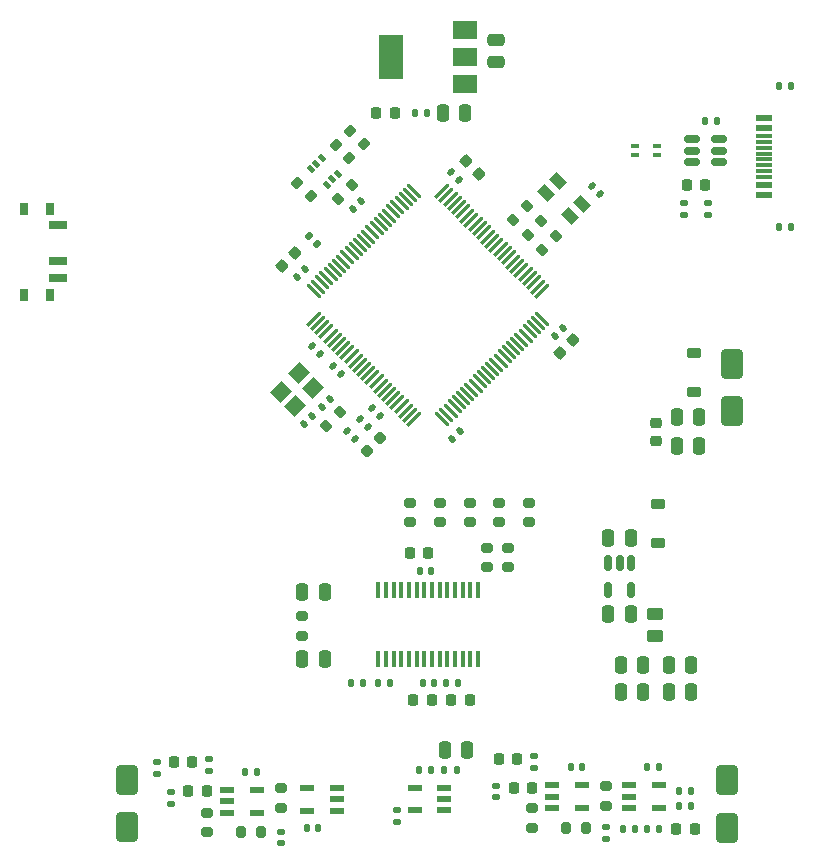
<source format=gbr>
%TF.GenerationSoftware,KiCad,Pcbnew,7.0.6-0*%
%TF.CreationDate,2024-09-28T22:57:35-04:00*%
%TF.ProjectId,GuitarFX,47756974-6172-4465-982e-6b696361645f,rev?*%
%TF.SameCoordinates,Original*%
%TF.FileFunction,Paste,Top*%
%TF.FilePolarity,Positive*%
%FSLAX46Y46*%
G04 Gerber Fmt 4.6, Leading zero omitted, Abs format (unit mm)*
G04 Created by KiCad (PCBNEW 7.0.6-0) date 2024-09-28 22:57:35*
%MOMM*%
%LPD*%
G01*
G04 APERTURE LIST*
G04 Aperture macros list*
%AMRoundRect*
0 Rectangle with rounded corners*
0 $1 Rounding radius*
0 $2 $3 $4 $5 $6 $7 $8 $9 X,Y pos of 4 corners*
0 Add a 4 corners polygon primitive as box body*
4,1,4,$2,$3,$4,$5,$6,$7,$8,$9,$2,$3,0*
0 Add four circle primitives for the rounded corners*
1,1,$1+$1,$2,$3*
1,1,$1+$1,$4,$5*
1,1,$1+$1,$6,$7*
1,1,$1+$1,$8,$9*
0 Add four rect primitives between the rounded corners*
20,1,$1+$1,$2,$3,$4,$5,0*
20,1,$1+$1,$4,$5,$6,$7,0*
20,1,$1+$1,$6,$7,$8,$9,0*
20,1,$1+$1,$8,$9,$2,$3,0*%
%AMRotRect*
0 Rectangle, with rotation*
0 The origin of the aperture is its center*
0 $1 length*
0 $2 width*
0 $3 Rotation angle, in degrees counterclockwise*
0 Add horizontal line*
21,1,$1,$2,0,0,$3*%
G04 Aperture macros list end*
%ADD10RoundRect,0.135000X0.135000X0.185000X-0.135000X0.185000X-0.135000X-0.185000X0.135000X-0.185000X0*%
%ADD11RoundRect,0.200000X0.053033X-0.335876X0.335876X-0.053033X-0.053033X0.335876X-0.335876X0.053033X0*%
%ADD12RotRect,1.400000X1.200000X225.000000*%
%ADD13RoundRect,0.200000X-0.275000X0.200000X-0.275000X-0.200000X0.275000X-0.200000X0.275000X0.200000X0*%
%ADD14RotRect,0.900000X1.200000X225.000000*%
%ADD15RoundRect,0.135000X0.185000X-0.135000X0.185000X0.135000X-0.185000X0.135000X-0.185000X-0.135000X0*%
%ADD16RoundRect,0.135000X-0.226274X-0.035355X-0.035355X-0.226274X0.226274X0.035355X0.035355X0.226274X0*%
%ADD17RoundRect,0.250000X0.250000X0.475000X-0.250000X0.475000X-0.250000X-0.475000X0.250000X-0.475000X0*%
%ADD18RoundRect,0.200000X0.335876X0.053033X0.053033X0.335876X-0.335876X-0.053033X-0.053033X-0.335876X0*%
%ADD19RoundRect,0.225000X0.375000X-0.225000X0.375000X0.225000X-0.375000X0.225000X-0.375000X-0.225000X0*%
%ADD20RoundRect,0.200000X0.275000X-0.200000X0.275000X0.200000X-0.275000X0.200000X-0.275000X-0.200000X0*%
%ADD21RoundRect,0.250000X-0.250000X-0.475000X0.250000X-0.475000X0.250000X0.475000X-0.250000X0.475000X0*%
%ADD22RoundRect,0.135000X-0.135000X-0.185000X0.135000X-0.185000X0.135000X0.185000X-0.135000X0.185000X0*%
%ADD23RoundRect,0.218750X0.218750X0.256250X-0.218750X0.256250X-0.218750X-0.256250X0.218750X-0.256250X0*%
%ADD24RoundRect,0.140000X0.140000X0.170000X-0.140000X0.170000X-0.140000X-0.170000X0.140000X-0.170000X0*%
%ADD25RoundRect,0.140000X-0.170000X0.140000X-0.170000X-0.140000X0.170000X-0.140000X0.170000X0.140000X0*%
%ADD26R,0.750000X0.400000*%
%ADD27RoundRect,0.218750X-0.256250X0.218750X-0.256250X-0.218750X0.256250X-0.218750X0.256250X0.218750X0*%
%ADD28RoundRect,0.250000X-0.650000X1.000000X-0.650000X-1.000000X0.650000X-1.000000X0.650000X1.000000X0*%
%ADD29RoundRect,0.200000X0.200000X0.275000X-0.200000X0.275000X-0.200000X-0.275000X0.200000X-0.275000X0*%
%ADD30RoundRect,0.225000X-0.225000X-0.250000X0.225000X-0.250000X0.225000X0.250000X-0.225000X0.250000X0*%
%ADD31RoundRect,0.140000X0.021213X-0.219203X0.219203X-0.021213X-0.021213X0.219203X-0.219203X0.021213X0*%
%ADD32R,0.450000X1.475000*%
%ADD33R,1.200000X0.600000*%
%ADD34RoundRect,0.140000X-0.140000X-0.170000X0.140000X-0.170000X0.140000X0.170000X-0.140000X0.170000X0*%
%ADD35R,0.800000X1.000000*%
%ADD36R,1.500000X0.700000*%
%ADD37RoundRect,0.140000X-0.219203X-0.021213X-0.021213X-0.219203X0.219203X0.021213X0.021213X0.219203X0*%
%ADD38RoundRect,0.225000X0.225000X0.250000X-0.225000X0.250000X-0.225000X-0.250000X0.225000X-0.250000X0*%
%ADD39RoundRect,0.225000X0.335876X0.017678X0.017678X0.335876X-0.335876X-0.017678X-0.017678X-0.335876X0*%
%ADD40RoundRect,0.075000X-0.459619X-0.565685X0.565685X0.459619X0.459619X0.565685X-0.565685X-0.459619X0*%
%ADD41RoundRect,0.075000X0.459619X-0.565685X0.565685X-0.459619X-0.459619X0.565685X-0.565685X0.459619X0*%
%ADD42RoundRect,0.250000X-0.450000X0.262500X-0.450000X-0.262500X0.450000X-0.262500X0.450000X0.262500X0*%
%ADD43RoundRect,0.140000X0.219203X0.021213X0.021213X0.219203X-0.219203X-0.021213X-0.021213X-0.219203X0*%
%ADD44RoundRect,0.225000X0.017678X-0.335876X0.335876X-0.017678X-0.017678X0.335876X-0.335876X0.017678X0*%
%ADD45RoundRect,0.140000X-0.021213X0.219203X-0.219203X0.021213X0.021213X-0.219203X0.219203X-0.021213X0*%
%ADD46RoundRect,0.150000X0.512500X0.150000X-0.512500X0.150000X-0.512500X-0.150000X0.512500X-0.150000X0*%
%ADD47R,2.000000X1.500000*%
%ADD48R,2.000000X3.800000*%
%ADD49RoundRect,0.150000X-0.150000X0.512500X-0.150000X-0.512500X0.150000X-0.512500X0.150000X0.512500X0*%
%ADD50R,1.450000X0.600000*%
%ADD51R,1.450000X0.300000*%
%ADD52RoundRect,0.218750X-0.026517X0.335876X-0.335876X0.026517X0.026517X-0.335876X0.335876X-0.026517X0*%
%ADD53RotRect,0.650000X0.400000X135.000000*%
%ADD54RoundRect,0.250000X-0.475000X0.250000X-0.475000X-0.250000X0.475000X-0.250000X0.475000X0.250000X0*%
%ADD55RoundRect,0.218750X-0.218750X-0.256250X0.218750X-0.256250X0.218750X0.256250X-0.218750X0.256250X0*%
G04 APERTURE END LIST*
D10*
%TO.C,R202*%
X144900000Y-72650000D03*
X143880000Y-72650000D03*
%TD*%
D11*
%TO.C,R309*%
X154666637Y-84243363D03*
X155833363Y-83076637D03*
%TD*%
D12*
%TO.C,Y301*%
X134087366Y-94710553D03*
X132531731Y-96266188D03*
X133733812Y-97468269D03*
X135289447Y-95912634D03*
%TD*%
D11*
%TO.C,R302*%
X136356084Y-99135997D03*
X137522810Y-97969271D03*
%TD*%
D13*
%TO.C,R421*%
X132500000Y-129825000D03*
X132500000Y-131475000D03*
%TD*%
D10*
%TO.C,R409*%
X167285000Y-131365000D03*
X166265000Y-131365000D03*
%TD*%
D14*
%TO.C,D303*%
X156022703Y-78407398D03*
X154997398Y-79432703D03*
X156977297Y-81412602D03*
X158002602Y-80387297D03*
%TD*%
D11*
%TO.C,R310*%
X153416637Y-82993363D03*
X154583363Y-81826637D03*
%TD*%
D15*
%TO.C,R427*%
X122000000Y-128650000D03*
X122000000Y-127630000D03*
%TD*%
D16*
%TO.C,R301*%
X134889376Y-83049376D03*
X135610624Y-83770624D03*
%TD*%
D17*
%TO.C,C203*%
X163200000Y-121660000D03*
X161300000Y-121660000D03*
%TD*%
D18*
%TO.C,R305*%
X139533363Y-75333363D03*
X138366637Y-74166637D03*
%TD*%
D19*
%TO.C,D201*%
X164450000Y-109060000D03*
X164450000Y-105760000D03*
%TD*%
D20*
%TO.C,R407*%
X153775000Y-133165000D03*
X153775000Y-131515000D03*
%TD*%
D21*
%TO.C,C206*%
X166050000Y-100900000D03*
X167950000Y-100900000D03*
%TD*%
D15*
%TO.C,R425*%
X126450000Y-128410000D03*
X126450000Y-127390000D03*
%TD*%
D13*
%TO.C,R411*%
X134350000Y-115275000D03*
X134350000Y-116925000D03*
%TD*%
D10*
%TO.C,R303*%
X175760000Y-82350000D03*
X174740000Y-82350000D03*
%TD*%
D22*
%TO.C,R401*%
X144190000Y-128260000D03*
X145210000Y-128260000D03*
%TD*%
D23*
%TO.C,FB302*%
X168475000Y-78800000D03*
X166900000Y-78800000D03*
%TD*%
D21*
%TO.C,C405*%
X146390000Y-126600000D03*
X148290000Y-126600000D03*
%TD*%
D24*
%TO.C,C429*%
X145230000Y-111410000D03*
X144270000Y-111410000D03*
%TD*%
D21*
%TO.C,C201*%
X165350000Y-119410000D03*
X167250000Y-119410000D03*
%TD*%
D17*
%TO.C,C204*%
X163200000Y-119410000D03*
X161300000Y-119410000D03*
%TD*%
D25*
%TO.C,C423*%
X132500000Y-133520000D03*
X132500000Y-134480000D03*
%TD*%
D26*
%TO.C,FL301*%
X164337500Y-76250000D03*
X164337500Y-75450000D03*
X162487500Y-75450000D03*
X162487500Y-76250000D03*
%TD*%
D27*
%TO.C,FB201*%
X164250000Y-98900000D03*
X164250000Y-100475000D03*
%TD*%
D22*
%TO.C,R429*%
X138490000Y-120910000D03*
X139510000Y-120910000D03*
%TD*%
D28*
%TO.C,D401*%
X170300000Y-129182500D03*
X170300000Y-133182500D03*
%TD*%
D29*
%TO.C,R406*%
X158350000Y-133200000D03*
X156700000Y-133200000D03*
%TD*%
D13*
%TO.C,R420*%
X146000000Y-105675000D03*
X146000000Y-107325000D03*
%TD*%
D24*
%TO.C,C421*%
X130480000Y-128500000D03*
X129520000Y-128500000D03*
%TD*%
D30*
%TO.C,C410*%
X152250000Y-129840000D03*
X153800000Y-129840000D03*
%TD*%
D31*
%TO.C,C316*%
X138660589Y-80805334D03*
X139339411Y-80126512D03*
%TD*%
D10*
%TO.C,R404*%
X167285000Y-130115000D03*
X166265000Y-130115000D03*
%TD*%
D32*
%TO.C,IC401*%
X149225000Y-113062000D03*
X148575000Y-113062000D03*
X147925000Y-113062000D03*
X147275000Y-113062000D03*
X146625000Y-113062000D03*
X145975000Y-113062000D03*
X145325000Y-113062000D03*
X144675000Y-113062000D03*
X144025000Y-113062000D03*
X143375000Y-113062000D03*
X142725000Y-113062000D03*
X142075000Y-113062000D03*
X141425000Y-113062000D03*
X140775000Y-113062000D03*
X140775000Y-118938000D03*
X141425000Y-118938000D03*
X142075000Y-118938000D03*
X142725000Y-118938000D03*
X143375000Y-118938000D03*
X144025000Y-118938000D03*
X144675000Y-118938000D03*
X145325000Y-118938000D03*
X145975000Y-118938000D03*
X146625000Y-118938000D03*
X147275000Y-118938000D03*
X147925000Y-118938000D03*
X148575000Y-118938000D03*
X149225000Y-118938000D03*
%TD*%
D25*
%TO.C,C419*%
X123250000Y-130200000D03*
X123250000Y-131160000D03*
%TD*%
%TO.C,C312*%
X166687500Y-80320000D03*
X166687500Y-81280000D03*
%TD*%
D30*
%TO.C,C407*%
X151000000Y-127400000D03*
X152550000Y-127400000D03*
%TD*%
D33*
%TO.C,U407*%
X128000000Y-130000000D03*
X128000000Y-130950000D03*
X128000000Y-131900000D03*
X130500000Y-131900000D03*
X130500000Y-130000000D03*
%TD*%
D31*
%TO.C,C315*%
X134471178Y-99028822D03*
X135150000Y-98350000D03*
%TD*%
D13*
%TO.C,R424*%
X148500000Y-105660000D03*
X148500000Y-107310000D03*
%TD*%
D30*
%TO.C,C408*%
X166025000Y-133300000D03*
X167575000Y-133300000D03*
%TD*%
D34*
%TO.C,C313*%
X168470000Y-73350000D03*
X169430000Y-73350000D03*
%TD*%
D13*
%TO.C,R405*%
X160025000Y-129660000D03*
X160025000Y-131310000D03*
%TD*%
D34*
%TO.C,C433*%
X144545000Y-120910000D03*
X145505000Y-120910000D03*
%TD*%
D25*
%TO.C,C311*%
X168687500Y-80320000D03*
X168687500Y-81280000D03*
%TD*%
D35*
%TO.C,SW301*%
X113000000Y-80760000D03*
X110790000Y-80760000D03*
X113000000Y-88060000D03*
X110790000Y-88060000D03*
D36*
X113650000Y-82160000D03*
X113650000Y-85160000D03*
X113650000Y-86660000D03*
%TD*%
D24*
%TO.C,C404*%
X158035000Y-128000000D03*
X157075000Y-128000000D03*
%TD*%
D25*
%TO.C,C401*%
X150775000Y-129610000D03*
X150775000Y-130570000D03*
%TD*%
D24*
%TO.C,C431*%
X147505000Y-120910000D03*
X146545000Y-120910000D03*
%TD*%
D29*
%TO.C,R422*%
X130825000Y-133550000D03*
X129175000Y-133550000D03*
%TD*%
D37*
%TO.C,C304*%
X146960589Y-77635589D03*
X147639411Y-78314411D03*
%TD*%
D38*
%TO.C,C430*%
X148525000Y-122410000D03*
X146975000Y-122410000D03*
%TD*%
D39*
%TO.C,C319*%
X149298008Y-77798008D03*
X148201992Y-76701992D03*
%TD*%
D13*
%TO.C,R428*%
X153500000Y-105675000D03*
X153500000Y-107325000D03*
%TD*%
D30*
%TO.C,C422*%
X123450000Y-127640000D03*
X125000000Y-127640000D03*
%TD*%
D10*
%TO.C,R304*%
X175710000Y-70350000D03*
X174690000Y-70350000D03*
%TD*%
D33*
%TO.C,U401*%
X146350000Y-131700000D03*
X146350000Y-130750000D03*
X146350000Y-129800000D03*
X143850000Y-129800000D03*
X143850000Y-131700000D03*
%TD*%
D22*
%TO.C,R403*%
X146380000Y-128260000D03*
X147400000Y-128260000D03*
%TD*%
D34*
%TO.C,C420*%
X134750000Y-133200000D03*
X135710000Y-133200000D03*
%TD*%
D13*
%TO.C,R426*%
X143500000Y-105675000D03*
X143500000Y-107325000D03*
%TD*%
D40*
%TO.C,U302*%
X135330315Y-90094404D03*
X135683868Y-90447957D03*
X136037422Y-90801511D03*
X136390975Y-91155064D03*
X136744528Y-91508617D03*
X137098082Y-91862171D03*
X137451635Y-92215724D03*
X137805189Y-92569278D03*
X138158742Y-92922831D03*
X138512295Y-93276384D03*
X138865849Y-93629938D03*
X139219402Y-93983491D03*
X139572955Y-94337045D03*
X139926509Y-94690598D03*
X140280062Y-95044151D03*
X140633616Y-95397705D03*
X140987169Y-95751258D03*
X141340722Y-96104811D03*
X141694276Y-96458365D03*
X142047829Y-96811918D03*
X142401383Y-97165472D03*
X142754936Y-97519025D03*
X143108489Y-97872578D03*
X143462043Y-98226132D03*
X143815596Y-98579685D03*
D41*
X146184404Y-98579685D03*
X146537957Y-98226132D03*
X146891511Y-97872578D03*
X147245064Y-97519025D03*
X147598617Y-97165472D03*
X147952171Y-96811918D03*
X148305724Y-96458365D03*
X148659278Y-96104811D03*
X149012831Y-95751258D03*
X149366384Y-95397705D03*
X149719938Y-95044151D03*
X150073491Y-94690598D03*
X150427045Y-94337045D03*
X150780598Y-93983491D03*
X151134151Y-93629938D03*
X151487705Y-93276384D03*
X151841258Y-92922831D03*
X152194811Y-92569278D03*
X152548365Y-92215724D03*
X152901918Y-91862171D03*
X153255472Y-91508617D03*
X153609025Y-91155064D03*
X153962578Y-90801511D03*
X154316132Y-90447957D03*
X154669685Y-90094404D03*
D40*
X154669685Y-87725596D03*
X154316132Y-87372043D03*
X153962578Y-87018489D03*
X153609025Y-86664936D03*
X153255472Y-86311383D03*
X152901918Y-85957829D03*
X152548365Y-85604276D03*
X152194811Y-85250722D03*
X151841258Y-84897169D03*
X151487705Y-84543616D03*
X151134151Y-84190062D03*
X150780598Y-83836509D03*
X150427045Y-83482955D03*
X150073491Y-83129402D03*
X149719938Y-82775849D03*
X149366384Y-82422295D03*
X149012831Y-82068742D03*
X148659278Y-81715189D03*
X148305724Y-81361635D03*
X147952171Y-81008082D03*
X147598617Y-80654528D03*
X147245064Y-80300975D03*
X146891511Y-79947422D03*
X146537957Y-79593868D03*
X146184404Y-79240315D03*
D41*
X143815596Y-79240315D03*
X143462043Y-79593868D03*
X143108489Y-79947422D03*
X142754936Y-80300975D03*
X142401383Y-80654528D03*
X142047829Y-81008082D03*
X141694276Y-81361635D03*
X141340722Y-81715189D03*
X140987169Y-82068742D03*
X140633616Y-82422295D03*
X140280062Y-82775849D03*
X139926509Y-83129402D03*
X139572955Y-83482955D03*
X139219402Y-83836509D03*
X138865849Y-84190062D03*
X138512295Y-84543616D03*
X138158742Y-84897169D03*
X137805189Y-85250722D03*
X137451635Y-85604276D03*
X137098082Y-85957829D03*
X136744528Y-86311383D03*
X136390975Y-86664936D03*
X136037422Y-87018489D03*
X135683868Y-87372043D03*
X135330315Y-87725596D03*
%TD*%
D42*
%TO.C,R201*%
X164200000Y-115087500D03*
X164200000Y-116912500D03*
%TD*%
D33*
%TO.C,U402*%
X162025000Y-129600000D03*
X162025000Y-130550000D03*
X162025000Y-131500000D03*
X164525000Y-131500000D03*
X164525000Y-129600000D03*
%TD*%
D43*
%TO.C,C309*%
X139900000Y-99250000D03*
X139221178Y-98571178D03*
%TD*%
D30*
%TO.C,C432*%
X143750000Y-122410000D03*
X145300000Y-122410000D03*
%TD*%
D13*
%TO.C,R417*%
X151750000Y-109500000D03*
X151750000Y-111150000D03*
%TD*%
D10*
%TO.C,R402*%
X162535000Y-133300000D03*
X161515000Y-133300000D03*
%TD*%
D33*
%TO.C,U406*%
X137250000Y-131730000D03*
X137250000Y-130780000D03*
X137250000Y-129830000D03*
X134750000Y-129830000D03*
X134750000Y-131730000D03*
%TD*%
D18*
%TO.C,R306*%
X138334350Y-76514478D03*
X137167624Y-75347752D03*
%TD*%
D44*
%TO.C,C318*%
X156201992Y-92998008D03*
X157298008Y-91901992D03*
%TD*%
D33*
%TO.C,U403*%
X155525000Y-129600000D03*
X155525000Y-130550000D03*
X155525000Y-131500000D03*
X158025000Y-131500000D03*
X158025000Y-129600000D03*
%TD*%
D45*
%TO.C,C314*%
X136650000Y-96850000D03*
X135971178Y-97528822D03*
%TD*%
D21*
%TO.C,C411*%
X134350000Y-113250000D03*
X136250000Y-113250000D03*
%TD*%
D46*
%TO.C,U301*%
X169625000Y-76800000D03*
X169625000Y-75850000D03*
X169625000Y-74900000D03*
X167350000Y-74900000D03*
X167350000Y-75850000D03*
X167350000Y-76800000D03*
%TD*%
D15*
%TO.C,R408*%
X154000000Y-128160000D03*
X154000000Y-127140000D03*
%TD*%
D43*
%TO.C,C303*%
X135839411Y-93039411D03*
X135160589Y-92360589D03*
%TD*%
%TO.C,C307*%
X137639411Y-94789411D03*
X136960589Y-94110589D03*
%TD*%
D28*
%TO.C,D203*%
X170750000Y-93900000D03*
X170750000Y-97900000D03*
%TD*%
D45*
%TO.C,C306*%
X156400000Y-90900000D03*
X155721178Y-91578822D03*
%TD*%
D43*
%TO.C,C317*%
X159589411Y-79499411D03*
X158910589Y-78820589D03*
%TD*%
D38*
%TO.C,C428*%
X145025000Y-109910000D03*
X143475000Y-109910000D03*
%TD*%
D24*
%TO.C,C406*%
X164505000Y-133300000D03*
X163545000Y-133300000D03*
%TD*%
D25*
%TO.C,C409*%
X160025000Y-133150000D03*
X160025000Y-134110000D03*
%TD*%
D47*
%TO.C,U202*%
X148150000Y-70210000D03*
X148150000Y-67910000D03*
D48*
X141850000Y-67910000D03*
D47*
X148150000Y-65610000D03*
%TD*%
D21*
%TO.C,C205*%
X166050000Y-98400000D03*
X167950000Y-98400000D03*
%TD*%
D13*
%TO.C,R419*%
X151000000Y-105660000D03*
X151000000Y-107310000D03*
%TD*%
D17*
%TO.C,C207*%
X162150000Y-108660000D03*
X160250000Y-108660000D03*
%TD*%
D30*
%TO.C,C424*%
X124700000Y-130100000D03*
X126250000Y-130100000D03*
%TD*%
D31*
%TO.C,C302*%
X133860589Y-86589411D03*
X134539411Y-85910589D03*
%TD*%
D19*
%TO.C,D202*%
X167500000Y-96300000D03*
X167500000Y-93000000D03*
%TD*%
D10*
%TO.C,R410*%
X141760000Y-120910000D03*
X140740000Y-120910000D03*
%TD*%
D49*
%TO.C,U201*%
X162150000Y-110772500D03*
X161200000Y-110772500D03*
X160250000Y-110772500D03*
X160250000Y-113047500D03*
X162150000Y-113047500D03*
%TD*%
D50*
%TO.C,J301*%
X173405000Y-79600000D03*
X173405000Y-78800000D03*
D51*
X173405000Y-77600000D03*
X173405000Y-76600000D03*
X173405000Y-76100000D03*
X173405000Y-75100000D03*
D50*
X173405000Y-73900000D03*
X173405000Y-73100000D03*
X173405000Y-73100000D03*
X173405000Y-73900000D03*
D51*
X173405000Y-74600000D03*
X173405000Y-75600000D03*
X173405000Y-77100000D03*
X173405000Y-78100000D03*
D50*
X173405000Y-78800000D03*
X173405000Y-79600000D03*
%TD*%
D43*
%TO.C,C310*%
X138789411Y-100289411D03*
X138110589Y-99610589D03*
%TD*%
D28*
%TO.C,D403*%
X119500000Y-129150000D03*
X119500000Y-133150000D03*
%TD*%
D52*
%TO.C,FB301*%
X140956847Y-100193153D03*
X139843153Y-101306847D03*
%TD*%
D25*
%TO.C,C402*%
X142400000Y-131720000D03*
X142400000Y-132680000D03*
%TD*%
D18*
%TO.C,R307*%
X135083363Y-79733363D03*
X133916637Y-78566637D03*
%TD*%
D21*
%TO.C,C202*%
X165350000Y-121660000D03*
X167250000Y-121660000D03*
%TD*%
%TO.C,C209*%
X146250000Y-72660000D03*
X148150000Y-72660000D03*
%TD*%
D43*
%TO.C,C308*%
X140914411Y-98289411D03*
X140235589Y-97610589D03*
%TD*%
D11*
%TO.C,R308*%
X137365650Y-79952248D03*
X138532376Y-78785522D03*
%TD*%
D20*
%TO.C,R423*%
X126250000Y-133575000D03*
X126250000Y-131925000D03*
%TD*%
D53*
%TO.C,D302*%
X136411145Y-78750256D03*
X136870764Y-78290636D03*
X137330384Y-77831017D03*
X135986881Y-76487514D03*
X135527262Y-76947134D03*
X135067642Y-77406753D03*
%TD*%
D24*
%TO.C,C403*%
X164505000Y-128050000D03*
X163545000Y-128050000D03*
%TD*%
D21*
%TO.C,C412*%
X134350000Y-118900000D03*
X136250000Y-118900000D03*
%TD*%
D44*
%TO.C,C301*%
X132587581Y-85637419D03*
X133683597Y-84541403D03*
%TD*%
D17*
%TO.C,C208*%
X162150000Y-115100000D03*
X160250000Y-115100000D03*
%TD*%
D54*
%TO.C,C210*%
X150750000Y-66460000D03*
X150750000Y-68360000D03*
%TD*%
D11*
%TO.C,R311*%
X152166637Y-81743363D03*
X153333363Y-80576637D03*
%TD*%
D13*
%TO.C,R418*%
X150000000Y-109500000D03*
X150000000Y-111150000D03*
%TD*%
D55*
%TO.C,D204*%
X140602500Y-72650000D03*
X142177500Y-72650000D03*
%TD*%
D45*
%TO.C,C305*%
X147689411Y-99610589D03*
X147010589Y-100289411D03*
%TD*%
M02*

</source>
